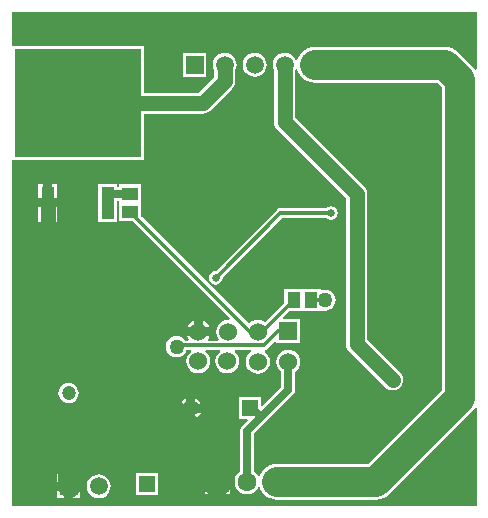
<source format=gbl>
%FSLAX25Y25*%
%MOIN*%
G70*
G01*
G75*
G04 Layer_Physical_Order=2*
G04 Layer_Color=16711680*
%ADD10R,0.05512X0.04331*%
%ADD11R,0.04331X0.10630*%
%ADD12R,0.42126X0.36221*%
%ADD13R,0.04331X0.05512*%
%ADD14C,0.01200*%
%ADD15C,0.07500*%
%ADD16C,0.10000*%
%ADD17C,0.05000*%
%ADD18C,0.02000*%
%ADD19C,0.02500*%
%ADD20C,0.06000*%
%ADD21R,0.06000X0.06000*%
%ADD22R,0.05906X0.05906*%
%ADD23C,0.05906*%
%ADD24C,0.04724*%
%ADD25C,0.05315*%
%ADD26R,0.05315X0.05315*%
%ADD27R,0.06299X0.06299*%
%ADD28C,0.06299*%
%ADD29R,0.05315X0.05315*%
%ADD30C,0.05000*%
%ADD31C,0.02500*%
G36*
X155000Y145467D02*
X154515Y145346D01*
X154513Y145350D01*
X153763Y146263D01*
X148763Y151263D01*
X147850Y152013D01*
X146807Y152570D01*
X145676Y152913D01*
X144500Y153029D01*
X101000D01*
X99824Y152913D01*
X98693Y152570D01*
X97650Y152013D01*
X96737Y151263D01*
X95987Y150349D01*
X95430Y149307D01*
X95177Y148474D01*
X94678Y148450D01*
X94453Y148993D01*
X93819Y149819D01*
X92993Y150453D01*
X92032Y150851D01*
X91000Y150987D01*
X89968Y150851D01*
X89007Y150453D01*
X88181Y149819D01*
X87547Y148993D01*
X87149Y148032D01*
X87013Y147000D01*
X87149Y145968D01*
X87470Y145194D01*
Y128000D01*
X87590Y127086D01*
X87943Y126235D01*
X88504Y125504D01*
X111470Y102538D01*
Y54000D01*
X111590Y53086D01*
X111943Y52235D01*
X112504Y51504D01*
X124504Y39504D01*
X125235Y38943D01*
X126086Y38590D01*
X127000Y38470D01*
X127914Y38590D01*
X128765Y38943D01*
X129496Y39504D01*
X130057Y40235D01*
X130410Y41086D01*
X130530Y42000D01*
X130410Y42914D01*
X130057Y43765D01*
X129496Y44496D01*
X118530Y55462D01*
Y104000D01*
X118530Y104000D01*
X118410Y104914D01*
X118057Y105765D01*
X117496Y106496D01*
X94530Y129462D01*
Y145194D01*
X94530D01*
X94892Y145540D01*
X95177Y145526D01*
X95430Y144693D01*
X95987Y143650D01*
X96737Y142737D01*
X97650Y141987D01*
X98693Y141430D01*
X99824Y141087D01*
X101000Y140971D01*
X142003D01*
X143471Y139503D01*
Y38497D01*
X119003Y14029D01*
X88500D01*
X87324Y13913D01*
X86193Y13570D01*
X85150Y13013D01*
X84237Y12263D01*
X83487Y11350D01*
X82930Y10307D01*
X82767Y9771D01*
X82268Y9747D01*
X82125Y10093D01*
X81459Y10960D01*
X80794Y11470D01*
Y24050D01*
X84622Y27878D01*
X93822Y37078D01*
X94319Y37822D01*
X94494Y38700D01*
Y44718D01*
X95053Y45147D01*
X95694Y45983D01*
X96097Y46956D01*
X96235Y48000D01*
X96097Y49044D01*
X95694Y50017D01*
X95053Y50853D01*
X94217Y51494D01*
X93244Y51897D01*
X92200Y52034D01*
X91156Y51897D01*
X90183Y51494D01*
X89347Y50853D01*
X88706Y50017D01*
X88303Y49044D01*
X88165Y48000D01*
X88303Y46956D01*
X88706Y45983D01*
X89347Y45147D01*
X89906Y44718D01*
Y39650D01*
X83462Y33206D01*
X83000Y33398D01*
Y36158D01*
X75685D01*
Y28842D01*
X78445D01*
X78636Y28381D01*
X76878Y26622D01*
X76381Y25878D01*
X76206Y25000D01*
Y11470D01*
X75541Y10960D01*
X74875Y10093D01*
X74457Y9083D01*
X74315Y8000D01*
X74457Y6917D01*
X74875Y5907D01*
X75541Y5040D01*
X76407Y4375D01*
X77417Y3957D01*
X78500Y3815D01*
X79583Y3957D01*
X80593Y4375D01*
X81459Y5040D01*
X82125Y5907D01*
X82268Y6253D01*
X82767Y6229D01*
X82930Y5693D01*
X83487Y4651D01*
X84237Y3737D01*
X85150Y2987D01*
X86193Y2430D01*
X87324Y2087D01*
X88500Y1971D01*
X121500D01*
X122676Y2087D01*
X123807Y2430D01*
X124849Y2987D01*
X125763Y3737D01*
X153763Y31737D01*
X154513Y32651D01*
X154515Y32654D01*
X155000Y32533D01*
Y0D01*
X0D01*
Y115063D01*
X44063D01*
Y130643D01*
X63673D01*
X64587Y130763D01*
X65438Y131116D01*
X66170Y131677D01*
X73496Y139004D01*
X74057Y139735D01*
X74410Y140586D01*
X74530Y141500D01*
Y145194D01*
X74851Y145968D01*
X74987Y147000D01*
X74851Y148032D01*
X74453Y148993D01*
X73819Y149819D01*
X72993Y150453D01*
X72032Y150851D01*
X71000Y150987D01*
X69968Y150851D01*
X69007Y150453D01*
X68181Y149819D01*
X67547Y148993D01*
X67149Y148032D01*
X67013Y147000D01*
X67149Y145968D01*
X67470Y145194D01*
Y142962D01*
X62211Y137703D01*
X44063D01*
Y153284D01*
X0D01*
Y164500D01*
X155000D01*
Y145467D01*
D02*
G37*
%LPC*%
G36*
X48338Y25343D02*
X46500D01*
Y23505D01*
X46845Y23648D01*
X47609Y24234D01*
X48195Y24998D01*
X48338Y25343D01*
D02*
G37*
G36*
X43500Y30180D02*
X43156Y30037D01*
X42391Y29451D01*
X41805Y28687D01*
X41662Y28343D01*
X43500D01*
Y30180D01*
D02*
G37*
G36*
X72650Y12150D02*
X70000D01*
Y9500D01*
X72650D01*
Y12150D01*
D02*
G37*
G36*
X43500Y25343D02*
X41662D01*
X41805Y24998D01*
X42391Y24234D01*
X43156Y23648D01*
X43500Y23505D01*
Y25343D01*
D02*
G37*
G36*
X46500Y30180D02*
Y28343D01*
X48338D01*
X48195Y28687D01*
X47609Y29451D01*
X46845Y30037D01*
X46500Y30180D01*
D02*
G37*
G36*
X58157Y35838D02*
X57813Y35695D01*
X57049Y35109D01*
X56463Y34345D01*
X56320Y34000D01*
X58157D01*
Y35838D01*
D02*
G37*
G36*
X61158D02*
Y34000D01*
X62995D01*
X62852Y34345D01*
X62266Y35109D01*
X61502Y35695D01*
X61158Y35838D01*
D02*
G37*
G36*
X58157Y31000D02*
X56320D01*
X56463Y30656D01*
X57049Y29891D01*
X57813Y29305D01*
X58157Y29162D01*
Y31000D01*
D02*
G37*
G36*
X62995D02*
X61158D01*
Y29162D01*
X61502Y29305D01*
X62266Y29891D01*
X62852Y30656D01*
X62995Y31000D01*
D02*
G37*
G36*
X22953Y5000D02*
X20500D01*
Y2547D01*
X22953D01*
Y5000D01*
D02*
G37*
G36*
X48658Y10815D02*
X41342D01*
Y3500D01*
X48658D01*
Y10815D01*
D02*
G37*
G36*
X29000Y10487D02*
X27968Y10351D01*
X27007Y9953D01*
X26181Y9319D01*
X25547Y8493D01*
X25149Y7532D01*
X25013Y6500D01*
X25149Y5468D01*
X25547Y4507D01*
X26181Y3681D01*
X27007Y3047D01*
X27968Y2649D01*
X29000Y2513D01*
X30032Y2649D01*
X30993Y3047D01*
X31819Y3681D01*
X32453Y4507D01*
X32851Y5468D01*
X32987Y6500D01*
X32851Y7532D01*
X32453Y8493D01*
X31819Y9319D01*
X30993Y9953D01*
X30032Y10351D01*
X29000Y10487D01*
D02*
G37*
G36*
X17500Y5000D02*
X15047D01*
Y2547D01*
X17500D01*
Y5000D01*
D02*
G37*
G36*
X67000Y6500D02*
X64350D01*
Y3850D01*
X67000D01*
Y6500D01*
D02*
G37*
G36*
X22953Y10453D02*
X20500D01*
Y8000D01*
X22953D01*
Y10453D01*
D02*
G37*
G36*
X67000Y12150D02*
X64350D01*
Y9500D01*
X67000D01*
Y12150D01*
D02*
G37*
G36*
X72650Y6500D02*
X70000D01*
Y3850D01*
X72650D01*
Y6500D01*
D02*
G37*
G36*
X17500Y10453D02*
X15047D01*
Y8000D01*
X17500D01*
Y10453D01*
D02*
G37*
G36*
X19000Y40891D02*
X18122Y40776D01*
X17304Y40437D01*
X16602Y39898D01*
X16063Y39196D01*
X15724Y38378D01*
X15609Y37500D01*
X15724Y36622D01*
X16063Y35804D01*
X16602Y35102D01*
X17304Y34563D01*
X18122Y34224D01*
X19000Y34109D01*
X19878Y34224D01*
X20696Y34563D01*
X21398Y35102D01*
X21937Y35804D01*
X22276Y36622D01*
X22391Y37500D01*
X22276Y38378D01*
X21937Y39196D01*
X21398Y39898D01*
X20696Y40437D01*
X19878Y40776D01*
X19000Y40891D01*
D02*
G37*
G36*
X10500Y99532D02*
X8835D01*
Y94717D01*
X10500D01*
Y99532D01*
D02*
G37*
G36*
X15165D02*
X13500D01*
Y94717D01*
X15165D01*
Y99532D01*
D02*
G37*
G36*
X37000Y88167D02*
X36735Y88057D01*
X36004Y87496D01*
X35443Y86765D01*
X35333Y86500D01*
X37000D01*
Y88167D01*
D02*
G37*
G36*
X40000D02*
Y86500D01*
X41667D01*
X41557Y86765D01*
X40996Y87496D01*
X40265Y88057D01*
X40000Y88167D01*
D02*
G37*
G36*
X106500Y99841D02*
X105622Y99667D01*
X104892Y99179D01*
X89547D01*
X88923Y99054D01*
X88394Y98701D01*
X67984Y78291D01*
X67122Y78119D01*
X66378Y77622D01*
X65881Y76878D01*
X65706Y76000D01*
X65881Y75122D01*
X66378Y74378D01*
X67122Y73881D01*
X68000Y73706D01*
X68878Y73881D01*
X69622Y74378D01*
X70119Y75122D01*
X70291Y75984D01*
X90223Y95916D01*
X104892D01*
X105622Y95428D01*
X106500Y95253D01*
X107378Y95428D01*
X108122Y95925D01*
X108619Y96669D01*
X108794Y97547D01*
X108619Y98425D01*
X108122Y99169D01*
X107378Y99667D01*
X106500Y99841D01*
D02*
G37*
G36*
X81000Y150987D02*
X79968Y150851D01*
X79007Y150453D01*
X78181Y149819D01*
X77547Y148993D01*
X77149Y148032D01*
X77013Y147000D01*
X77149Y145968D01*
X77547Y145007D01*
X78181Y144181D01*
X79007Y143547D01*
X79968Y143149D01*
X81000Y143013D01*
X82032Y143149D01*
X82993Y143547D01*
X83819Y144181D01*
X84453Y145007D01*
X84851Y145968D01*
X84987Y147000D01*
X84851Y148032D01*
X84453Y148993D01*
X83819Y149819D01*
X82993Y150453D01*
X82032Y150851D01*
X81000Y150987D01*
D02*
G37*
G36*
X64953Y150953D02*
X57047D01*
Y143047D01*
X64953D01*
Y150953D01*
D02*
G37*
G36*
X10500Y107346D02*
X8835D01*
Y102532D01*
X10500D01*
Y107346D01*
D02*
G37*
G36*
X15165D02*
X13500D01*
Y102532D01*
X15165D01*
Y107346D01*
D02*
G37*
G36*
X17500Y66000D02*
X15982D01*
X16063Y65804D01*
X16602Y65102D01*
X17304Y64563D01*
X17500Y64482D01*
Y66000D01*
D02*
G37*
G36*
X22018D02*
X20500D01*
Y64482D01*
X20696Y64563D01*
X21398Y65102D01*
X21937Y65804D01*
X22018Y66000D01*
D02*
G37*
G36*
X60700Y61708D02*
X60183Y61494D01*
X59347Y60853D01*
X58706Y60017D01*
X58492Y59500D01*
X60700D01*
Y61708D01*
D02*
G37*
G36*
X63700D02*
Y59500D01*
X65908D01*
X65694Y60017D01*
X65053Y60853D01*
X64217Y61494D01*
X63700Y61708D01*
D02*
G37*
G36*
X35165Y107346D02*
X28835D01*
Y94717D01*
X35165D01*
Y101659D01*
X35744D01*
Y100787D01*
Y94882D01*
X40358D01*
X72808Y62432D01*
X72587Y61984D01*
X72200Y62034D01*
X71156Y61897D01*
X70183Y61494D01*
X69347Y60853D01*
X68706Y60017D01*
X68303Y59044D01*
X68165Y58000D01*
X68303Y56956D01*
X68706Y55983D01*
X69092Y55480D01*
X68871Y55031D01*
X65529D01*
X65308Y55480D01*
X65694Y55983D01*
X65908Y56500D01*
X58492D01*
X58706Y55983D01*
X59092Y55480D01*
X58871Y55031D01*
X57853D01*
X57496Y55496D01*
X56765Y56057D01*
X55914Y56410D01*
X55000Y56530D01*
X54086Y56410D01*
X53235Y56057D01*
X52504Y55496D01*
X51943Y54765D01*
X51590Y53914D01*
X51470Y53000D01*
X51590Y52086D01*
X51943Y51235D01*
X52504Y50504D01*
X53235Y49943D01*
X54086Y49590D01*
X55000Y49470D01*
X55914Y49590D01*
X56765Y49943D01*
X57496Y50504D01*
X58057Y51235D01*
X58278Y51769D01*
X59633D01*
X59793Y51295D01*
X59347Y50953D01*
X58706Y50117D01*
X58303Y49144D01*
X58166Y48100D01*
X58303Y47056D01*
X58706Y46083D01*
X59347Y45247D01*
X60183Y44606D01*
X61156Y44203D01*
X62200Y44065D01*
X63244Y44203D01*
X64217Y44606D01*
X65053Y45247D01*
X65694Y46083D01*
X66097Y47056D01*
X66234Y48100D01*
X66097Y49144D01*
X65694Y50117D01*
X65053Y50953D01*
X64607Y51295D01*
X64767Y51769D01*
X69333D01*
X69493Y51295D01*
X69047Y50953D01*
X68406Y50117D01*
X68003Y49144D01*
X67866Y48100D01*
X68003Y47056D01*
X68406Y46083D01*
X69047Y45247D01*
X69883Y44606D01*
X70856Y44203D01*
X71900Y44065D01*
X72944Y44203D01*
X73917Y44606D01*
X74753Y45247D01*
X75394Y46083D01*
X75797Y47056D01*
X75934Y48100D01*
X75797Y49144D01*
X75394Y50117D01*
X74753Y50953D01*
X74307Y51295D01*
X74467Y51769D01*
X79663D01*
X79824Y51295D01*
X79247Y50853D01*
X78606Y50017D01*
X78203Y49044D01*
X78066Y48000D01*
X78203Y46956D01*
X78606Y45983D01*
X79247Y45147D01*
X80083Y44506D01*
X81056Y44103D01*
X82100Y43966D01*
X83144Y44103D01*
X84117Y44506D01*
X84953Y45147D01*
X85594Y45983D01*
X85997Y46956D01*
X86134Y48000D01*
X85997Y49044D01*
X85594Y50017D01*
X84953Y50853D01*
X84291Y51361D01*
X84404Y51848D01*
X84630Y51893D01*
X85159Y52246D01*
X87638Y54726D01*
X88100Y54534D01*
Y54100D01*
X96100D01*
Y62100D01*
X90608D01*
X90416Y62562D01*
X92598Y64744D01*
X103118D01*
Y64834D01*
X103534Y65112D01*
X103586Y65090D01*
X104500Y64970D01*
X105414Y65090D01*
X106265Y65443D01*
X106996Y66004D01*
X107557Y66735D01*
X107910Y67586D01*
X108030Y68500D01*
X107910Y69414D01*
X107557Y70265D01*
X106996Y70996D01*
X106265Y71557D01*
X105414Y71910D01*
X104500Y72030D01*
X103586Y71910D01*
X103534Y71888D01*
X103118Y72166D01*
Y72256D01*
X90882D01*
Y67642D01*
X84466Y61226D01*
X84117Y61494D01*
X83144Y61897D01*
X82100Y62034D01*
X81056Y61897D01*
X80083Y61494D01*
X79247Y60853D01*
X79017Y60838D01*
X43256Y96598D01*
Y100787D01*
Y107118D01*
X35744D01*
Y106247D01*
X35165D01*
Y107346D01*
D02*
G37*
G36*
X37000Y83500D02*
X35333D01*
X35443Y83235D01*
X36004Y82504D01*
X36735Y81943D01*
X37000Y81833D01*
Y83500D01*
D02*
G37*
G36*
X41667D02*
X40000D01*
Y81833D01*
X40265Y81943D01*
X40996Y82504D01*
X41557Y83235D01*
X41667Y83500D01*
D02*
G37*
G36*
X17500Y70518D02*
X17304Y70437D01*
X16602Y69898D01*
X16063Y69196D01*
X15982Y69000D01*
X17500D01*
Y70518D01*
D02*
G37*
G36*
X20500D02*
Y69000D01*
X22018D01*
X21937Y69196D01*
X21398Y69898D01*
X20696Y70437D01*
X20500Y70518D01*
D02*
G37*
%LPD*%
D10*
X39500Y103953D02*
D03*
Y98047D02*
D03*
D11*
X32000Y101031D02*
D03*
X12000D02*
D03*
D12*
X22000Y134173D02*
D03*
D13*
X94047Y68500D02*
D03*
X99953D02*
D03*
D14*
X104500D02*
X104500Y68500D01*
X99953Y68500D02*
X104500D01*
X68000Y76000D02*
X89547Y97547D01*
X106500D01*
X88705Y58100D02*
X92100D01*
X84005Y53400D02*
X88705Y58100D01*
X55400Y53400D02*
X84005D01*
X55000Y53000D02*
X55400Y53400D01*
X79547Y58000D02*
X82100D01*
X39500Y98047D02*
X79547Y58000D01*
X82100D02*
X83547D01*
X94047Y68500D01*
D15*
X19000Y6500D02*
Y18500D01*
D16*
Y67500D02*
X19500D01*
X38500D02*
Y85000D01*
X19500Y67500D02*
X38500D01*
Y45500D02*
Y67500D01*
X49500Y34500D02*
X56000Y28000D01*
X19000Y18500D02*
X27343Y26842D01*
X45000D01*
Y30000D02*
X49500Y34500D01*
X45000Y26842D02*
Y30000D01*
X68500Y8000D02*
Y15500D01*
X56000Y28000D02*
X68500Y15500D01*
X38500Y45500D02*
X49500Y34500D01*
X121500Y8000D02*
X149500Y36000D01*
X88500Y8000D02*
X121500D01*
X149500Y36000D02*
Y142000D01*
X144500Y147000D02*
X149500Y142000D01*
X101000Y147000D02*
X144500D01*
D17*
X71000Y141500D02*
Y147000D01*
X63673Y134173D02*
X71000Y141500D01*
X22000Y134173D02*
X63673D01*
X19500Y67500D02*
Y85000D01*
X12000Y92500D02*
Y101031D01*
Y92500D02*
X19500Y85000D01*
X115000Y54000D02*
Y104000D01*
X91000Y128000D02*
X115000Y104000D01*
X91000Y128000D02*
Y147000D01*
X115000Y54000D02*
X127000Y42000D01*
D19*
X56000Y28000D02*
X59658Y31657D01*
Y32500D01*
X83000Y29500D02*
X92200Y38700D01*
X78500Y25000D02*
X83000Y29500D01*
X80000Y32500D02*
X83000Y29500D01*
X79343Y32500D02*
X80000D01*
X78500Y8000D02*
Y25000D01*
X49500Y34500D02*
Y55000D01*
X52500Y58000D01*
X62200D01*
X92200Y38700D02*
Y48000D01*
X32000Y103953D02*
X39500D01*
X32000Y101031D02*
Y103953D01*
D20*
X62200Y58000D02*
D03*
Y48100D02*
D03*
X72200Y58000D02*
D03*
X71900Y48100D02*
D03*
X82100Y58000D02*
D03*
Y48000D02*
D03*
X92200D02*
D03*
D21*
X92100Y58100D02*
D03*
D22*
X19000Y6500D02*
D03*
X61000Y147000D02*
D03*
D23*
X29000Y6500D02*
D03*
X101000Y147000D02*
D03*
X91000D02*
D03*
X81000D02*
D03*
X71000D02*
D03*
D24*
X19000Y37500D02*
D03*
Y67500D02*
D03*
D25*
X45000Y26842D02*
D03*
X59658Y32500D02*
D03*
D26*
X45000Y7158D02*
D03*
D27*
X68500Y8000D02*
D03*
D28*
X78500D02*
D03*
X88500D02*
D03*
D29*
X79343Y32500D02*
D03*
D30*
X104500Y68500D02*
D03*
X38500Y85000D02*
D03*
X121000Y48000D02*
D03*
X127000Y42000D02*
D03*
X55000Y53000D02*
D03*
D31*
X106500Y97547D02*
D03*
X68000Y76000D02*
D03*
M02*

</source>
